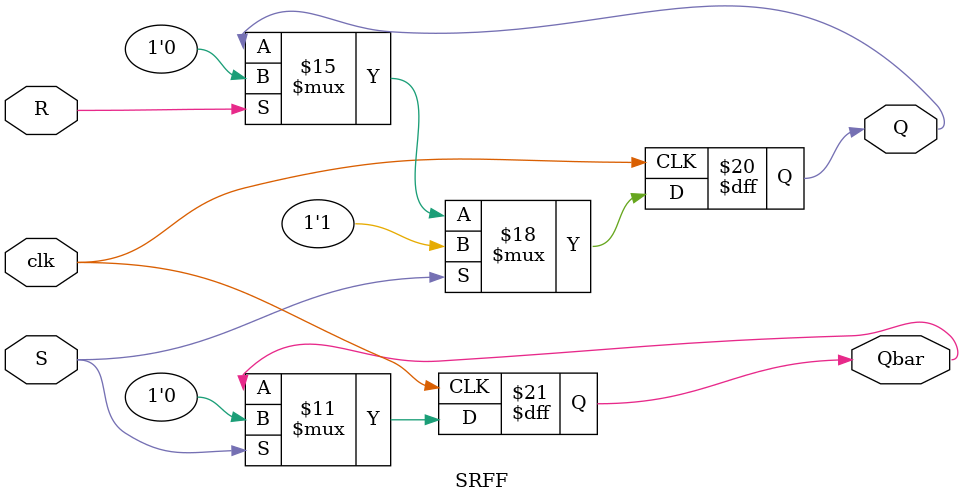
<source format=v>
module SRFF(Q,Qbar,clk,S,R);
output reg Q, Qbar;
input S,R,clk;
always @(posedge clk)
 begin
  if (S==1) //Set state
  begin
    Q<=1;
    Qbar=0;
  end
  else if (R==1) //Reset state
    begin
        Q<=0;
    end
    else if (S==0 & R==0) //Memory State
        begin
            Q<=Q;
            Qbar<=Qbar;
        end   
end
endmodule

</source>
